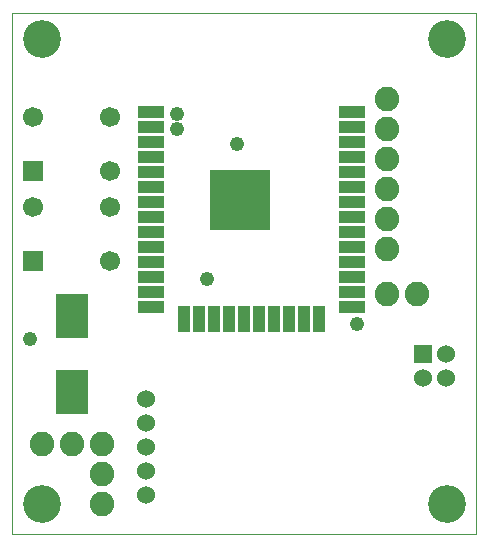
<source format=gts>
G75*
%MOIN*%
%OFA0B0*%
%FSLAX25Y25*%
%IPPOS*%
%LPD*%
%AMOC8*
5,1,8,0,0,1.08239X$1,22.5*
%
%ADD10C,0.00000*%
%ADD11C,0.12611*%
%ADD12C,0.08200*%
%ADD13C,0.06698*%
%ADD14R,0.06698X0.06698*%
%ADD15R,0.10643X0.14580*%
%ADD16R,0.06000X0.06000*%
%ADD17C,0.06000*%
%ADD18R,0.20485X0.20485*%
%ADD19R,0.08674X0.04343*%
%ADD20R,0.04343X0.08674*%
%ADD21C,0.04762*%
D10*
X0001500Y0001500D02*
X0001500Y0175201D01*
X0156421Y0175201D01*
X0156421Y0001500D01*
X0001500Y0001500D01*
X0005595Y0011500D02*
X0005597Y0011653D01*
X0005603Y0011806D01*
X0005613Y0011959D01*
X0005627Y0012112D01*
X0005645Y0012264D01*
X0005667Y0012416D01*
X0005692Y0012567D01*
X0005722Y0012718D01*
X0005755Y0012867D01*
X0005793Y0013016D01*
X0005834Y0013164D01*
X0005879Y0013310D01*
X0005928Y0013455D01*
X0005981Y0013599D01*
X0006037Y0013742D01*
X0006097Y0013883D01*
X0006161Y0014023D01*
X0006228Y0014160D01*
X0006299Y0014296D01*
X0006373Y0014430D01*
X0006451Y0014562D01*
X0006532Y0014692D01*
X0006617Y0014820D01*
X0006705Y0014946D01*
X0006796Y0015069D01*
X0006890Y0015190D01*
X0006987Y0015309D01*
X0007088Y0015425D01*
X0007191Y0015538D01*
X0007298Y0015648D01*
X0007407Y0015756D01*
X0007518Y0015861D01*
X0007633Y0015963D01*
X0007750Y0016062D01*
X0007870Y0016157D01*
X0007992Y0016250D01*
X0008117Y0016340D01*
X0008243Y0016426D01*
X0008372Y0016509D01*
X0008503Y0016588D01*
X0008636Y0016664D01*
X0008771Y0016737D01*
X0008908Y0016806D01*
X0009047Y0016871D01*
X0009187Y0016933D01*
X0009329Y0016991D01*
X0009472Y0017046D01*
X0009617Y0017097D01*
X0009763Y0017144D01*
X0009910Y0017187D01*
X0010058Y0017226D01*
X0010207Y0017262D01*
X0010357Y0017293D01*
X0010508Y0017321D01*
X0010660Y0017345D01*
X0010812Y0017365D01*
X0010964Y0017381D01*
X0011117Y0017393D01*
X0011270Y0017401D01*
X0011423Y0017405D01*
X0011577Y0017405D01*
X0011730Y0017401D01*
X0011883Y0017393D01*
X0012036Y0017381D01*
X0012188Y0017365D01*
X0012340Y0017345D01*
X0012492Y0017321D01*
X0012643Y0017293D01*
X0012793Y0017262D01*
X0012942Y0017226D01*
X0013090Y0017187D01*
X0013237Y0017144D01*
X0013383Y0017097D01*
X0013528Y0017046D01*
X0013671Y0016991D01*
X0013813Y0016933D01*
X0013953Y0016871D01*
X0014092Y0016806D01*
X0014229Y0016737D01*
X0014364Y0016664D01*
X0014497Y0016588D01*
X0014628Y0016509D01*
X0014757Y0016426D01*
X0014883Y0016340D01*
X0015008Y0016250D01*
X0015130Y0016157D01*
X0015250Y0016062D01*
X0015367Y0015963D01*
X0015482Y0015861D01*
X0015593Y0015756D01*
X0015702Y0015648D01*
X0015809Y0015538D01*
X0015912Y0015425D01*
X0016013Y0015309D01*
X0016110Y0015190D01*
X0016204Y0015069D01*
X0016295Y0014946D01*
X0016383Y0014820D01*
X0016468Y0014692D01*
X0016549Y0014562D01*
X0016627Y0014430D01*
X0016701Y0014296D01*
X0016772Y0014160D01*
X0016839Y0014023D01*
X0016903Y0013883D01*
X0016963Y0013742D01*
X0017019Y0013599D01*
X0017072Y0013455D01*
X0017121Y0013310D01*
X0017166Y0013164D01*
X0017207Y0013016D01*
X0017245Y0012867D01*
X0017278Y0012718D01*
X0017308Y0012567D01*
X0017333Y0012416D01*
X0017355Y0012264D01*
X0017373Y0012112D01*
X0017387Y0011959D01*
X0017397Y0011806D01*
X0017403Y0011653D01*
X0017405Y0011500D01*
X0017403Y0011347D01*
X0017397Y0011194D01*
X0017387Y0011041D01*
X0017373Y0010888D01*
X0017355Y0010736D01*
X0017333Y0010584D01*
X0017308Y0010433D01*
X0017278Y0010282D01*
X0017245Y0010133D01*
X0017207Y0009984D01*
X0017166Y0009836D01*
X0017121Y0009690D01*
X0017072Y0009545D01*
X0017019Y0009401D01*
X0016963Y0009258D01*
X0016903Y0009117D01*
X0016839Y0008977D01*
X0016772Y0008840D01*
X0016701Y0008704D01*
X0016627Y0008570D01*
X0016549Y0008438D01*
X0016468Y0008308D01*
X0016383Y0008180D01*
X0016295Y0008054D01*
X0016204Y0007931D01*
X0016110Y0007810D01*
X0016013Y0007691D01*
X0015912Y0007575D01*
X0015809Y0007462D01*
X0015702Y0007352D01*
X0015593Y0007244D01*
X0015482Y0007139D01*
X0015367Y0007037D01*
X0015250Y0006938D01*
X0015130Y0006843D01*
X0015008Y0006750D01*
X0014883Y0006660D01*
X0014757Y0006574D01*
X0014628Y0006491D01*
X0014497Y0006412D01*
X0014364Y0006336D01*
X0014229Y0006263D01*
X0014092Y0006194D01*
X0013953Y0006129D01*
X0013813Y0006067D01*
X0013671Y0006009D01*
X0013528Y0005954D01*
X0013383Y0005903D01*
X0013237Y0005856D01*
X0013090Y0005813D01*
X0012942Y0005774D01*
X0012793Y0005738D01*
X0012643Y0005707D01*
X0012492Y0005679D01*
X0012340Y0005655D01*
X0012188Y0005635D01*
X0012036Y0005619D01*
X0011883Y0005607D01*
X0011730Y0005599D01*
X0011577Y0005595D01*
X0011423Y0005595D01*
X0011270Y0005599D01*
X0011117Y0005607D01*
X0010964Y0005619D01*
X0010812Y0005635D01*
X0010660Y0005655D01*
X0010508Y0005679D01*
X0010357Y0005707D01*
X0010207Y0005738D01*
X0010058Y0005774D01*
X0009910Y0005813D01*
X0009763Y0005856D01*
X0009617Y0005903D01*
X0009472Y0005954D01*
X0009329Y0006009D01*
X0009187Y0006067D01*
X0009047Y0006129D01*
X0008908Y0006194D01*
X0008771Y0006263D01*
X0008636Y0006336D01*
X0008503Y0006412D01*
X0008372Y0006491D01*
X0008243Y0006574D01*
X0008117Y0006660D01*
X0007992Y0006750D01*
X0007870Y0006843D01*
X0007750Y0006938D01*
X0007633Y0007037D01*
X0007518Y0007139D01*
X0007407Y0007244D01*
X0007298Y0007352D01*
X0007191Y0007462D01*
X0007088Y0007575D01*
X0006987Y0007691D01*
X0006890Y0007810D01*
X0006796Y0007931D01*
X0006705Y0008054D01*
X0006617Y0008180D01*
X0006532Y0008308D01*
X0006451Y0008438D01*
X0006373Y0008570D01*
X0006299Y0008704D01*
X0006228Y0008840D01*
X0006161Y0008977D01*
X0006097Y0009117D01*
X0006037Y0009258D01*
X0005981Y0009401D01*
X0005928Y0009545D01*
X0005879Y0009690D01*
X0005834Y0009836D01*
X0005793Y0009984D01*
X0005755Y0010133D01*
X0005722Y0010282D01*
X0005692Y0010433D01*
X0005667Y0010584D01*
X0005645Y0010736D01*
X0005627Y0010888D01*
X0005613Y0011041D01*
X0005603Y0011194D01*
X0005597Y0011347D01*
X0005595Y0011500D01*
X0005595Y0166500D02*
X0005597Y0166653D01*
X0005603Y0166806D01*
X0005613Y0166959D01*
X0005627Y0167112D01*
X0005645Y0167264D01*
X0005667Y0167416D01*
X0005692Y0167567D01*
X0005722Y0167718D01*
X0005755Y0167867D01*
X0005793Y0168016D01*
X0005834Y0168164D01*
X0005879Y0168310D01*
X0005928Y0168455D01*
X0005981Y0168599D01*
X0006037Y0168742D01*
X0006097Y0168883D01*
X0006161Y0169023D01*
X0006228Y0169160D01*
X0006299Y0169296D01*
X0006373Y0169430D01*
X0006451Y0169562D01*
X0006532Y0169692D01*
X0006617Y0169820D01*
X0006705Y0169946D01*
X0006796Y0170069D01*
X0006890Y0170190D01*
X0006987Y0170309D01*
X0007088Y0170425D01*
X0007191Y0170538D01*
X0007298Y0170648D01*
X0007407Y0170756D01*
X0007518Y0170861D01*
X0007633Y0170963D01*
X0007750Y0171062D01*
X0007870Y0171157D01*
X0007992Y0171250D01*
X0008117Y0171340D01*
X0008243Y0171426D01*
X0008372Y0171509D01*
X0008503Y0171588D01*
X0008636Y0171664D01*
X0008771Y0171737D01*
X0008908Y0171806D01*
X0009047Y0171871D01*
X0009187Y0171933D01*
X0009329Y0171991D01*
X0009472Y0172046D01*
X0009617Y0172097D01*
X0009763Y0172144D01*
X0009910Y0172187D01*
X0010058Y0172226D01*
X0010207Y0172262D01*
X0010357Y0172293D01*
X0010508Y0172321D01*
X0010660Y0172345D01*
X0010812Y0172365D01*
X0010964Y0172381D01*
X0011117Y0172393D01*
X0011270Y0172401D01*
X0011423Y0172405D01*
X0011577Y0172405D01*
X0011730Y0172401D01*
X0011883Y0172393D01*
X0012036Y0172381D01*
X0012188Y0172365D01*
X0012340Y0172345D01*
X0012492Y0172321D01*
X0012643Y0172293D01*
X0012793Y0172262D01*
X0012942Y0172226D01*
X0013090Y0172187D01*
X0013237Y0172144D01*
X0013383Y0172097D01*
X0013528Y0172046D01*
X0013671Y0171991D01*
X0013813Y0171933D01*
X0013953Y0171871D01*
X0014092Y0171806D01*
X0014229Y0171737D01*
X0014364Y0171664D01*
X0014497Y0171588D01*
X0014628Y0171509D01*
X0014757Y0171426D01*
X0014883Y0171340D01*
X0015008Y0171250D01*
X0015130Y0171157D01*
X0015250Y0171062D01*
X0015367Y0170963D01*
X0015482Y0170861D01*
X0015593Y0170756D01*
X0015702Y0170648D01*
X0015809Y0170538D01*
X0015912Y0170425D01*
X0016013Y0170309D01*
X0016110Y0170190D01*
X0016204Y0170069D01*
X0016295Y0169946D01*
X0016383Y0169820D01*
X0016468Y0169692D01*
X0016549Y0169562D01*
X0016627Y0169430D01*
X0016701Y0169296D01*
X0016772Y0169160D01*
X0016839Y0169023D01*
X0016903Y0168883D01*
X0016963Y0168742D01*
X0017019Y0168599D01*
X0017072Y0168455D01*
X0017121Y0168310D01*
X0017166Y0168164D01*
X0017207Y0168016D01*
X0017245Y0167867D01*
X0017278Y0167718D01*
X0017308Y0167567D01*
X0017333Y0167416D01*
X0017355Y0167264D01*
X0017373Y0167112D01*
X0017387Y0166959D01*
X0017397Y0166806D01*
X0017403Y0166653D01*
X0017405Y0166500D01*
X0017403Y0166347D01*
X0017397Y0166194D01*
X0017387Y0166041D01*
X0017373Y0165888D01*
X0017355Y0165736D01*
X0017333Y0165584D01*
X0017308Y0165433D01*
X0017278Y0165282D01*
X0017245Y0165133D01*
X0017207Y0164984D01*
X0017166Y0164836D01*
X0017121Y0164690D01*
X0017072Y0164545D01*
X0017019Y0164401D01*
X0016963Y0164258D01*
X0016903Y0164117D01*
X0016839Y0163977D01*
X0016772Y0163840D01*
X0016701Y0163704D01*
X0016627Y0163570D01*
X0016549Y0163438D01*
X0016468Y0163308D01*
X0016383Y0163180D01*
X0016295Y0163054D01*
X0016204Y0162931D01*
X0016110Y0162810D01*
X0016013Y0162691D01*
X0015912Y0162575D01*
X0015809Y0162462D01*
X0015702Y0162352D01*
X0015593Y0162244D01*
X0015482Y0162139D01*
X0015367Y0162037D01*
X0015250Y0161938D01*
X0015130Y0161843D01*
X0015008Y0161750D01*
X0014883Y0161660D01*
X0014757Y0161574D01*
X0014628Y0161491D01*
X0014497Y0161412D01*
X0014364Y0161336D01*
X0014229Y0161263D01*
X0014092Y0161194D01*
X0013953Y0161129D01*
X0013813Y0161067D01*
X0013671Y0161009D01*
X0013528Y0160954D01*
X0013383Y0160903D01*
X0013237Y0160856D01*
X0013090Y0160813D01*
X0012942Y0160774D01*
X0012793Y0160738D01*
X0012643Y0160707D01*
X0012492Y0160679D01*
X0012340Y0160655D01*
X0012188Y0160635D01*
X0012036Y0160619D01*
X0011883Y0160607D01*
X0011730Y0160599D01*
X0011577Y0160595D01*
X0011423Y0160595D01*
X0011270Y0160599D01*
X0011117Y0160607D01*
X0010964Y0160619D01*
X0010812Y0160635D01*
X0010660Y0160655D01*
X0010508Y0160679D01*
X0010357Y0160707D01*
X0010207Y0160738D01*
X0010058Y0160774D01*
X0009910Y0160813D01*
X0009763Y0160856D01*
X0009617Y0160903D01*
X0009472Y0160954D01*
X0009329Y0161009D01*
X0009187Y0161067D01*
X0009047Y0161129D01*
X0008908Y0161194D01*
X0008771Y0161263D01*
X0008636Y0161336D01*
X0008503Y0161412D01*
X0008372Y0161491D01*
X0008243Y0161574D01*
X0008117Y0161660D01*
X0007992Y0161750D01*
X0007870Y0161843D01*
X0007750Y0161938D01*
X0007633Y0162037D01*
X0007518Y0162139D01*
X0007407Y0162244D01*
X0007298Y0162352D01*
X0007191Y0162462D01*
X0007088Y0162575D01*
X0006987Y0162691D01*
X0006890Y0162810D01*
X0006796Y0162931D01*
X0006705Y0163054D01*
X0006617Y0163180D01*
X0006532Y0163308D01*
X0006451Y0163438D01*
X0006373Y0163570D01*
X0006299Y0163704D01*
X0006228Y0163840D01*
X0006161Y0163977D01*
X0006097Y0164117D01*
X0006037Y0164258D01*
X0005981Y0164401D01*
X0005928Y0164545D01*
X0005879Y0164690D01*
X0005834Y0164836D01*
X0005793Y0164984D01*
X0005755Y0165133D01*
X0005722Y0165282D01*
X0005692Y0165433D01*
X0005667Y0165584D01*
X0005645Y0165736D01*
X0005627Y0165888D01*
X0005613Y0166041D01*
X0005603Y0166194D01*
X0005597Y0166347D01*
X0005595Y0166500D01*
X0140595Y0166500D02*
X0140597Y0166653D01*
X0140603Y0166806D01*
X0140613Y0166959D01*
X0140627Y0167112D01*
X0140645Y0167264D01*
X0140667Y0167416D01*
X0140692Y0167567D01*
X0140722Y0167718D01*
X0140755Y0167867D01*
X0140793Y0168016D01*
X0140834Y0168164D01*
X0140879Y0168310D01*
X0140928Y0168455D01*
X0140981Y0168599D01*
X0141037Y0168742D01*
X0141097Y0168883D01*
X0141161Y0169023D01*
X0141228Y0169160D01*
X0141299Y0169296D01*
X0141373Y0169430D01*
X0141451Y0169562D01*
X0141532Y0169692D01*
X0141617Y0169820D01*
X0141705Y0169946D01*
X0141796Y0170069D01*
X0141890Y0170190D01*
X0141987Y0170309D01*
X0142088Y0170425D01*
X0142191Y0170538D01*
X0142298Y0170648D01*
X0142407Y0170756D01*
X0142518Y0170861D01*
X0142633Y0170963D01*
X0142750Y0171062D01*
X0142870Y0171157D01*
X0142992Y0171250D01*
X0143117Y0171340D01*
X0143243Y0171426D01*
X0143372Y0171509D01*
X0143503Y0171588D01*
X0143636Y0171664D01*
X0143771Y0171737D01*
X0143908Y0171806D01*
X0144047Y0171871D01*
X0144187Y0171933D01*
X0144329Y0171991D01*
X0144472Y0172046D01*
X0144617Y0172097D01*
X0144763Y0172144D01*
X0144910Y0172187D01*
X0145058Y0172226D01*
X0145207Y0172262D01*
X0145357Y0172293D01*
X0145508Y0172321D01*
X0145660Y0172345D01*
X0145812Y0172365D01*
X0145964Y0172381D01*
X0146117Y0172393D01*
X0146270Y0172401D01*
X0146423Y0172405D01*
X0146577Y0172405D01*
X0146730Y0172401D01*
X0146883Y0172393D01*
X0147036Y0172381D01*
X0147188Y0172365D01*
X0147340Y0172345D01*
X0147492Y0172321D01*
X0147643Y0172293D01*
X0147793Y0172262D01*
X0147942Y0172226D01*
X0148090Y0172187D01*
X0148237Y0172144D01*
X0148383Y0172097D01*
X0148528Y0172046D01*
X0148671Y0171991D01*
X0148813Y0171933D01*
X0148953Y0171871D01*
X0149092Y0171806D01*
X0149229Y0171737D01*
X0149364Y0171664D01*
X0149497Y0171588D01*
X0149628Y0171509D01*
X0149757Y0171426D01*
X0149883Y0171340D01*
X0150008Y0171250D01*
X0150130Y0171157D01*
X0150250Y0171062D01*
X0150367Y0170963D01*
X0150482Y0170861D01*
X0150593Y0170756D01*
X0150702Y0170648D01*
X0150809Y0170538D01*
X0150912Y0170425D01*
X0151013Y0170309D01*
X0151110Y0170190D01*
X0151204Y0170069D01*
X0151295Y0169946D01*
X0151383Y0169820D01*
X0151468Y0169692D01*
X0151549Y0169562D01*
X0151627Y0169430D01*
X0151701Y0169296D01*
X0151772Y0169160D01*
X0151839Y0169023D01*
X0151903Y0168883D01*
X0151963Y0168742D01*
X0152019Y0168599D01*
X0152072Y0168455D01*
X0152121Y0168310D01*
X0152166Y0168164D01*
X0152207Y0168016D01*
X0152245Y0167867D01*
X0152278Y0167718D01*
X0152308Y0167567D01*
X0152333Y0167416D01*
X0152355Y0167264D01*
X0152373Y0167112D01*
X0152387Y0166959D01*
X0152397Y0166806D01*
X0152403Y0166653D01*
X0152405Y0166500D01*
X0152403Y0166347D01*
X0152397Y0166194D01*
X0152387Y0166041D01*
X0152373Y0165888D01*
X0152355Y0165736D01*
X0152333Y0165584D01*
X0152308Y0165433D01*
X0152278Y0165282D01*
X0152245Y0165133D01*
X0152207Y0164984D01*
X0152166Y0164836D01*
X0152121Y0164690D01*
X0152072Y0164545D01*
X0152019Y0164401D01*
X0151963Y0164258D01*
X0151903Y0164117D01*
X0151839Y0163977D01*
X0151772Y0163840D01*
X0151701Y0163704D01*
X0151627Y0163570D01*
X0151549Y0163438D01*
X0151468Y0163308D01*
X0151383Y0163180D01*
X0151295Y0163054D01*
X0151204Y0162931D01*
X0151110Y0162810D01*
X0151013Y0162691D01*
X0150912Y0162575D01*
X0150809Y0162462D01*
X0150702Y0162352D01*
X0150593Y0162244D01*
X0150482Y0162139D01*
X0150367Y0162037D01*
X0150250Y0161938D01*
X0150130Y0161843D01*
X0150008Y0161750D01*
X0149883Y0161660D01*
X0149757Y0161574D01*
X0149628Y0161491D01*
X0149497Y0161412D01*
X0149364Y0161336D01*
X0149229Y0161263D01*
X0149092Y0161194D01*
X0148953Y0161129D01*
X0148813Y0161067D01*
X0148671Y0161009D01*
X0148528Y0160954D01*
X0148383Y0160903D01*
X0148237Y0160856D01*
X0148090Y0160813D01*
X0147942Y0160774D01*
X0147793Y0160738D01*
X0147643Y0160707D01*
X0147492Y0160679D01*
X0147340Y0160655D01*
X0147188Y0160635D01*
X0147036Y0160619D01*
X0146883Y0160607D01*
X0146730Y0160599D01*
X0146577Y0160595D01*
X0146423Y0160595D01*
X0146270Y0160599D01*
X0146117Y0160607D01*
X0145964Y0160619D01*
X0145812Y0160635D01*
X0145660Y0160655D01*
X0145508Y0160679D01*
X0145357Y0160707D01*
X0145207Y0160738D01*
X0145058Y0160774D01*
X0144910Y0160813D01*
X0144763Y0160856D01*
X0144617Y0160903D01*
X0144472Y0160954D01*
X0144329Y0161009D01*
X0144187Y0161067D01*
X0144047Y0161129D01*
X0143908Y0161194D01*
X0143771Y0161263D01*
X0143636Y0161336D01*
X0143503Y0161412D01*
X0143372Y0161491D01*
X0143243Y0161574D01*
X0143117Y0161660D01*
X0142992Y0161750D01*
X0142870Y0161843D01*
X0142750Y0161938D01*
X0142633Y0162037D01*
X0142518Y0162139D01*
X0142407Y0162244D01*
X0142298Y0162352D01*
X0142191Y0162462D01*
X0142088Y0162575D01*
X0141987Y0162691D01*
X0141890Y0162810D01*
X0141796Y0162931D01*
X0141705Y0163054D01*
X0141617Y0163180D01*
X0141532Y0163308D01*
X0141451Y0163438D01*
X0141373Y0163570D01*
X0141299Y0163704D01*
X0141228Y0163840D01*
X0141161Y0163977D01*
X0141097Y0164117D01*
X0141037Y0164258D01*
X0140981Y0164401D01*
X0140928Y0164545D01*
X0140879Y0164690D01*
X0140834Y0164836D01*
X0140793Y0164984D01*
X0140755Y0165133D01*
X0140722Y0165282D01*
X0140692Y0165433D01*
X0140667Y0165584D01*
X0140645Y0165736D01*
X0140627Y0165888D01*
X0140613Y0166041D01*
X0140603Y0166194D01*
X0140597Y0166347D01*
X0140595Y0166500D01*
X0140595Y0011500D02*
X0140597Y0011653D01*
X0140603Y0011806D01*
X0140613Y0011959D01*
X0140627Y0012112D01*
X0140645Y0012264D01*
X0140667Y0012416D01*
X0140692Y0012567D01*
X0140722Y0012718D01*
X0140755Y0012867D01*
X0140793Y0013016D01*
X0140834Y0013164D01*
X0140879Y0013310D01*
X0140928Y0013455D01*
X0140981Y0013599D01*
X0141037Y0013742D01*
X0141097Y0013883D01*
X0141161Y0014023D01*
X0141228Y0014160D01*
X0141299Y0014296D01*
X0141373Y0014430D01*
X0141451Y0014562D01*
X0141532Y0014692D01*
X0141617Y0014820D01*
X0141705Y0014946D01*
X0141796Y0015069D01*
X0141890Y0015190D01*
X0141987Y0015309D01*
X0142088Y0015425D01*
X0142191Y0015538D01*
X0142298Y0015648D01*
X0142407Y0015756D01*
X0142518Y0015861D01*
X0142633Y0015963D01*
X0142750Y0016062D01*
X0142870Y0016157D01*
X0142992Y0016250D01*
X0143117Y0016340D01*
X0143243Y0016426D01*
X0143372Y0016509D01*
X0143503Y0016588D01*
X0143636Y0016664D01*
X0143771Y0016737D01*
X0143908Y0016806D01*
X0144047Y0016871D01*
X0144187Y0016933D01*
X0144329Y0016991D01*
X0144472Y0017046D01*
X0144617Y0017097D01*
X0144763Y0017144D01*
X0144910Y0017187D01*
X0145058Y0017226D01*
X0145207Y0017262D01*
X0145357Y0017293D01*
X0145508Y0017321D01*
X0145660Y0017345D01*
X0145812Y0017365D01*
X0145964Y0017381D01*
X0146117Y0017393D01*
X0146270Y0017401D01*
X0146423Y0017405D01*
X0146577Y0017405D01*
X0146730Y0017401D01*
X0146883Y0017393D01*
X0147036Y0017381D01*
X0147188Y0017365D01*
X0147340Y0017345D01*
X0147492Y0017321D01*
X0147643Y0017293D01*
X0147793Y0017262D01*
X0147942Y0017226D01*
X0148090Y0017187D01*
X0148237Y0017144D01*
X0148383Y0017097D01*
X0148528Y0017046D01*
X0148671Y0016991D01*
X0148813Y0016933D01*
X0148953Y0016871D01*
X0149092Y0016806D01*
X0149229Y0016737D01*
X0149364Y0016664D01*
X0149497Y0016588D01*
X0149628Y0016509D01*
X0149757Y0016426D01*
X0149883Y0016340D01*
X0150008Y0016250D01*
X0150130Y0016157D01*
X0150250Y0016062D01*
X0150367Y0015963D01*
X0150482Y0015861D01*
X0150593Y0015756D01*
X0150702Y0015648D01*
X0150809Y0015538D01*
X0150912Y0015425D01*
X0151013Y0015309D01*
X0151110Y0015190D01*
X0151204Y0015069D01*
X0151295Y0014946D01*
X0151383Y0014820D01*
X0151468Y0014692D01*
X0151549Y0014562D01*
X0151627Y0014430D01*
X0151701Y0014296D01*
X0151772Y0014160D01*
X0151839Y0014023D01*
X0151903Y0013883D01*
X0151963Y0013742D01*
X0152019Y0013599D01*
X0152072Y0013455D01*
X0152121Y0013310D01*
X0152166Y0013164D01*
X0152207Y0013016D01*
X0152245Y0012867D01*
X0152278Y0012718D01*
X0152308Y0012567D01*
X0152333Y0012416D01*
X0152355Y0012264D01*
X0152373Y0012112D01*
X0152387Y0011959D01*
X0152397Y0011806D01*
X0152403Y0011653D01*
X0152405Y0011500D01*
X0152403Y0011347D01*
X0152397Y0011194D01*
X0152387Y0011041D01*
X0152373Y0010888D01*
X0152355Y0010736D01*
X0152333Y0010584D01*
X0152308Y0010433D01*
X0152278Y0010282D01*
X0152245Y0010133D01*
X0152207Y0009984D01*
X0152166Y0009836D01*
X0152121Y0009690D01*
X0152072Y0009545D01*
X0152019Y0009401D01*
X0151963Y0009258D01*
X0151903Y0009117D01*
X0151839Y0008977D01*
X0151772Y0008840D01*
X0151701Y0008704D01*
X0151627Y0008570D01*
X0151549Y0008438D01*
X0151468Y0008308D01*
X0151383Y0008180D01*
X0151295Y0008054D01*
X0151204Y0007931D01*
X0151110Y0007810D01*
X0151013Y0007691D01*
X0150912Y0007575D01*
X0150809Y0007462D01*
X0150702Y0007352D01*
X0150593Y0007244D01*
X0150482Y0007139D01*
X0150367Y0007037D01*
X0150250Y0006938D01*
X0150130Y0006843D01*
X0150008Y0006750D01*
X0149883Y0006660D01*
X0149757Y0006574D01*
X0149628Y0006491D01*
X0149497Y0006412D01*
X0149364Y0006336D01*
X0149229Y0006263D01*
X0149092Y0006194D01*
X0148953Y0006129D01*
X0148813Y0006067D01*
X0148671Y0006009D01*
X0148528Y0005954D01*
X0148383Y0005903D01*
X0148237Y0005856D01*
X0148090Y0005813D01*
X0147942Y0005774D01*
X0147793Y0005738D01*
X0147643Y0005707D01*
X0147492Y0005679D01*
X0147340Y0005655D01*
X0147188Y0005635D01*
X0147036Y0005619D01*
X0146883Y0005607D01*
X0146730Y0005599D01*
X0146577Y0005595D01*
X0146423Y0005595D01*
X0146270Y0005599D01*
X0146117Y0005607D01*
X0145964Y0005619D01*
X0145812Y0005635D01*
X0145660Y0005655D01*
X0145508Y0005679D01*
X0145357Y0005707D01*
X0145207Y0005738D01*
X0145058Y0005774D01*
X0144910Y0005813D01*
X0144763Y0005856D01*
X0144617Y0005903D01*
X0144472Y0005954D01*
X0144329Y0006009D01*
X0144187Y0006067D01*
X0144047Y0006129D01*
X0143908Y0006194D01*
X0143771Y0006263D01*
X0143636Y0006336D01*
X0143503Y0006412D01*
X0143372Y0006491D01*
X0143243Y0006574D01*
X0143117Y0006660D01*
X0142992Y0006750D01*
X0142870Y0006843D01*
X0142750Y0006938D01*
X0142633Y0007037D01*
X0142518Y0007139D01*
X0142407Y0007244D01*
X0142298Y0007352D01*
X0142191Y0007462D01*
X0142088Y0007575D01*
X0141987Y0007691D01*
X0141890Y0007810D01*
X0141796Y0007931D01*
X0141705Y0008054D01*
X0141617Y0008180D01*
X0141532Y0008308D01*
X0141451Y0008438D01*
X0141373Y0008570D01*
X0141299Y0008704D01*
X0141228Y0008840D01*
X0141161Y0008977D01*
X0141097Y0009117D01*
X0141037Y0009258D01*
X0140981Y0009401D01*
X0140928Y0009545D01*
X0140879Y0009690D01*
X0140834Y0009836D01*
X0140793Y0009984D01*
X0140755Y0010133D01*
X0140722Y0010282D01*
X0140692Y0010433D01*
X0140667Y0010584D01*
X0140645Y0010736D01*
X0140627Y0010888D01*
X0140613Y0011041D01*
X0140603Y0011194D01*
X0140597Y0011347D01*
X0140595Y0011500D01*
D11*
X0146500Y0011500D03*
X0011500Y0011500D03*
X0011500Y0166500D03*
X0146500Y0166500D03*
D12*
X0126500Y0146500D03*
X0126500Y0136500D03*
X0126500Y0126500D03*
X0126500Y0116500D03*
X0126500Y0106500D03*
X0126500Y0096500D03*
X0126500Y0081500D03*
X0136500Y0081500D03*
X0031500Y0031500D03*
X0031500Y0021500D03*
X0031500Y0011500D03*
X0021500Y0031500D03*
X0011500Y0031500D03*
D13*
X0034295Y0092642D03*
X0034295Y0110358D03*
X0034295Y0122642D03*
X0034295Y0140358D03*
X0008705Y0140358D03*
X0008705Y0110358D03*
D14*
X0008705Y0122642D03*
X0008705Y0092642D03*
D15*
X0021500Y0074295D03*
X0021500Y0048705D03*
D16*
X0138563Y0061500D03*
D17*
X0138563Y0053626D03*
X0146437Y0053626D03*
X0146437Y0061500D03*
X0046437Y0046626D03*
X0046437Y0038500D03*
X0046437Y0030626D03*
X0046437Y0022500D03*
X0046437Y0014626D03*
D18*
X0077563Y0112681D03*
D19*
X0048035Y0112209D03*
X0048035Y0117209D03*
X0048035Y0122209D03*
X0048035Y0127209D03*
X0048035Y0132209D03*
X0048035Y0137209D03*
X0048035Y0142209D03*
X0048035Y0107209D03*
X0048035Y0102209D03*
X0048035Y0097209D03*
X0048035Y0092209D03*
X0048035Y0087209D03*
X0048035Y0082209D03*
X0048035Y0077209D03*
X0114965Y0077209D03*
X0114965Y0082209D03*
X0114965Y0087209D03*
X0114965Y0092209D03*
X0114965Y0097209D03*
X0114965Y0102209D03*
X0114965Y0107209D03*
X0114965Y0112209D03*
X0114965Y0117209D03*
X0114965Y0122209D03*
X0114965Y0127209D03*
X0114965Y0132209D03*
X0114965Y0137209D03*
X0114965Y0142209D03*
D20*
X0104000Y0073272D03*
X0099000Y0073272D03*
X0094000Y0073272D03*
X0089000Y0073272D03*
X0084000Y0073272D03*
X0079000Y0073272D03*
X0074000Y0073272D03*
X0069000Y0073272D03*
X0064000Y0073272D03*
X0059000Y0073272D03*
D21*
X0066500Y0086500D03*
X0076500Y0131500D03*
X0056500Y0136500D03*
X0056500Y0141500D03*
X0116500Y0071500D03*
X0007481Y0066500D03*
M02*

</source>
